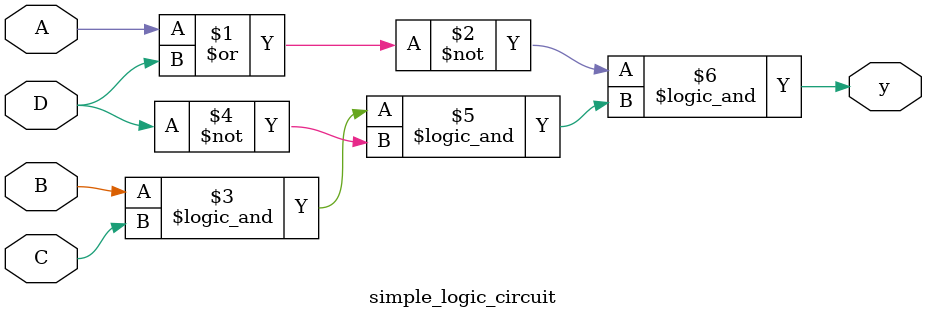
<source format=v>
`timescale 1ns / 1ps


module simple_logic_circuit(
    output y,
    input A,
    input B,
    input C,
    input D
    );
    
//instantiate logic gates
assign y = (~(A|D) && (B&&C&&~D));

endmodule

</source>
